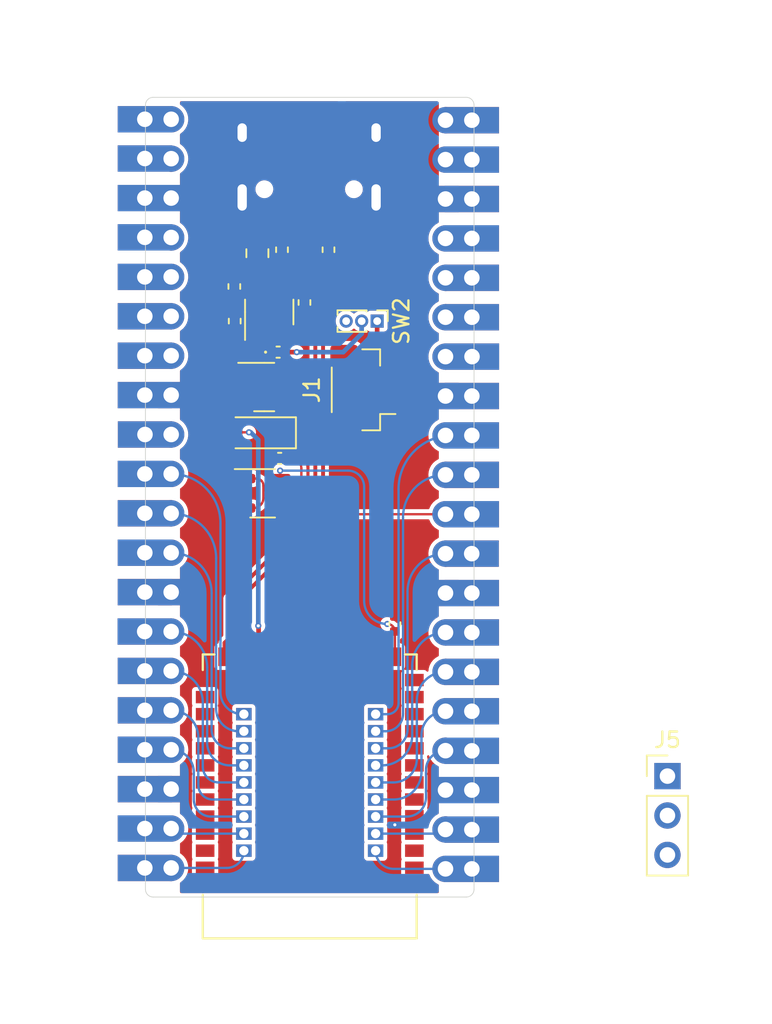
<source format=kicad_pcb>
(kicad_pcb (version 20211014) (generator pcbnew)
  (title_block (title "RP2040 Minimal Design Example") (date "2020-07-13") (rev "REV1") (company "Raspberry Pi (Trading) Ltd"))
  (layers (0 "F.Cu" signal) (31 "B.Cu" signal) (34 "B.Paste" user) (35 "F.Paste" user) (36 "B.SilkS" user "B.Silkscreen") (37 "F.SilkS" user "F.Silkscreen") (38 "B.Mask" user) (39 "F.Mask" user) (44 "Edge.Cuts" user))
  (net 0 "")
  (net 1 "GND")
  (net 2 "VBUS")
  (net 3 "/SWD")
  (net 4 "/SWCLK")
  (net 5 "Net-(R6-Pad2)")
  (net 6 "Net-(R5-Pad2)")
  (net 7 "3V3_EN")
  (net 8 "USB_D+")
  (net 9 "USB_D-")
  (net 10 "Net-(D2-Pad1)")
  (net 11 "3.3VO")
  (net 12 "VBAT")
  (net 13 "RESET")
  (net 14 "VDD_NRF")
  (net 15 "Net-(D3-Pad1)")
  (net 16 "Net-(D3-Pad2)")
  (net 17 "RAW")
  (net 18 "BVOLT")
  (net 19 "Net-(R7-Pad2)")
  (net 22 "GPIO7")
  (net 23 "GPIO0")
  (net 24 "GPIO1")
  (net 25 "GPIO2")
  (net 26 "GPIO3")
  (net 27 "GPIO4")
  (net 28 "GPIO5")
  (net 29 "GPIO6")
  (net 30 "GPIO10")
  (net 31 "GPIO9")
  (net 32 "GPIO8")
  (net 33 "GPIO15")
  (net 34 "GPIO14")
  (net 35 "GPIO13")
  (net 36 "GPIO12")
  (net 37 "GPIO11")
  (net 38 "GPIO26")
  (net 39 "GPIO25")
  (net 40 "GPIO24")
  (net 41 "GPIO23")
  (net 42 "GPIO22")
  (net 43 "GPIO21")
  (net 44 "GPIO20")
  (net 45 "GPIO19")
  (net 46 "GPIO18")
  (net 47 "GPIO17")
  (net 48 "GPIO16")
  (net 69 "SCL")
  (net 70 "SDA")
  (net 75 "Net-(J1-Pad1)")
  (footprint "HRO-TYPE-C31-M-12:HRO-TYPE-C-31-M-12" (layer "F.Cu") (at 103.6 56.9 180)
    (fp_text reference "USB1")
    (fp_text value "TYPE-C-31-M-12")
    (pad "" np_thru_hole circle locked (at 2.89 -6.25 180) (size 0.65 0.65) (drill 0.65) (layers *.Cu *.Mask))
    (pad "" np_thru_hole circle locked (at -2.89 -6.25 180) (size 0.65 0.65) (drill 0.65) (layers *.Cu *.Mask))
    (pad "1" smd rect locked (at -3.225 -7.695 180) (size 0.6 1.45) (layers "F.Cu" "F.Paste" "F.Mask") (net 1 "GND"))
    (pad "2" smd rect locked (at -2.45 -7.695 180) (size 0.6 1.45) (layers "F.Cu" "F.Paste" "F.Mask") (net 17 "RAW"))
    (pad "3" smd rect locked (at -1.75 -7.695 180) (size 0.3 1.45) (layers "F.Cu" "F.Paste" "F.Mask"))
    (pad "4" smd rect locked (at -1.25 -7.695 180) (size 0.3 1.45) (layers "F.Cu" "F.Paste" "F.Mask") (net 6 "Net-(R5-Pad2)"))
    (pad "5" smd rect locked (at -0.75 -7.695 180) (size 0.3 1.45) (layers "F.Cu" "F.Paste" "F.Mask") (net 9 "USB_D-"))
    (pad "6" smd rect locked (at -0.25 -7.695 180) (size 0.3 1.45) (layers "F.Cu" "F.Paste" "F.Mask") (net 8 "USB_D+"))
    (pad "7" smd rect locked (at 0.25 -7.695 180) (size 0.3 1.45) (layers "F.Cu" "F.Paste" "F.Mask") (net 9 "USB_D-"))
    (pad "8" smd rect locked (at 0.75 -7.695 180) (size 0.3 1.45) (layers "F.Cu" "F.Paste" "F.Mask") (net 8 "USB_D+"))
    (pad "9" smd rect locked (at 1.25 -7.695 180) (size 0.3 1.45) (layers "F.Cu" "F.Paste" "F.Mask"))
    (pad "10" smd rect locked (at 1.75 -7.695 180) (size 0.3 1.45) (layers "F.Cu" "F.Paste" "F.Mask") (net 5 "Net-(R6-Pad2)"))
    (pad "11" smd rect locked (at 2.45 -7.695 180) (size 0.6 1.45) (layers "F.Cu" "F.Paste" "F.Mask") (net 17 "RAW"))
    (pad "12" smd rect locked (at 3.225 -7.695 180) (size 0.6 1.45) (layers "F.Cu" "F.Paste" "F.Mask") (net 1 "GND"))
    (pad "13" thru_hole oval locked (at 4.32 -6.78 180) (size 1 2.1) (drill oval 0.6 1.7) (layers *.Cu "B.Mask") (net 1 "GND"))
    (pad "13" thru_hole oval locked (at 4.32 -2.6 180) (size 1 1.6) (drill oval 0.6 1.2) (layers *.Cu "B.Mask") (net 1 "GND"))
    (pad "13" thru_hole oval locked (at -4.32 -6.78 180) (size 1 2.1) (drill oval 0.6 1.7) (layers *.Cu "B.Mask") (net 1 "GND"))
    (pad "13" thru_hole oval locked (at -4.32 -2.6 180) (size 1 1.6) (drill oval 0.6 1.2) (layers *.Cu "B.Mask") (net 1 "GND"))
  )
  (footprint "Package_TO_SOT_SMD:SOT-23-5" (layer "F.Cu") (at 101.027 71.066 90)
    (fp_text reference "U2")
    (fp_text value "TP4054")
    (fp_line (start 0 1.56) (end 0.8 1.56) (layer "F.SilkS") (width 0.12))
    (fp_line (start 0 -1.56) (end -1.8 -1.56) (layer "F.SilkS") (width 0.12))
    (fp_line (start 0 1.56) (end -0.8 1.56) (layer "F.SilkS") (width 0.12))
    (fp_line (start 0 -1.56) (end 0.8 -1.56) (layer "F.SilkS") (width 0.12))
    (pad "1" smd roundrect (at -1.1375 -0.95 90) (size 1.325 0.6) (layers "F.Cu" "F.Paste" "F.Mask") (net 15 "Net-(D3-Pad1)"))
    (pad "2" smd roundrect (at -1.1375 0 90) (size 1.325 0.6) (layers "F.Cu" "F.Paste" "F.Mask") (net 1 "GND"))
    (pad "3" smd roundrect (at -1.1375 0.95 90) (size 1.325 0.6) (layers "F.Cu" "F.Paste" "F.Mask") (net 12 "VBAT"))
    (pad "4" smd roundrect (at 1.1375 0.95 90) (size 1.325 0.6) (layers "F.Cu" "F.Paste" "F.Mask") (net 2 "VBUS"))
    (pad "5" smd roundrect (at 1.1375 -0.95 90) (size 1.325 0.6) (layers "F.Cu" "F.Paste" "F.Mask") (net 19 "Net-(R7-Pad2)"))
  )
  (footprint "Capacitor_SMD:C_0402_1005Metric" (layer "F.Cu") (at 101.7 80.5 180)
    (fp_text reference "C3")
    (fp_text value "1uF")
    (fp_line (start -0.107836 0.36) (end 0.107836 0.36) (layer "F.SilkS") (width 0.12))
    (fp_line (start -0.107836 -0.36) (end 0.107836 -0.36) (layer "F.SilkS") (width 0.12))
    (pad "1" smd roundrect (at -0.48 0 180) (size 0.56 0.62) (layers "F.Cu" "F.Paste" "F.Mask") (net 10 "Net-(D2-Pad1)"))
    (pad "2" smd roundrect (at 0.48 0 180) (size 0.56 0.62) (layers "F.Cu" "F.Paste" "F.Mask") (net 1 "GND"))
  )
  (footprint "Connector_JST:JST_SH_BM03B-SRSS-TB_1x03-1MP_P1.00mm_Vertical" (layer "F.Cu") (at 107.07 76.08 90)
    (fp_text reference "J1" (at 0 -3.3 90) (layer "F.SilkS"))
    (fp_text value "Conn_01x03")
    (fp_line (start -1.56 1.11) (end -1.56 2.1) (layer "F.SilkS") (width 0.12))
    (fp_line (start 2.61 -0.04) (end 2.61 1.11) (layer "F.SilkS") (width 0.12))
    (fp_line (start 2.61 1.11) (end 1.56 1.11) (layer "F.SilkS") (width 0.12))
    (fp_line (start -2.61 1.11) (end -1.56 1.11) (layer "F.SilkS") (width 0.12))
    (fp_line (start -1.44 -2.01) (end 1.44 -2.01) (layer "F.SilkS") (width 0.12))
    (fp_line (start -2.61 -0.04) (end -2.61 1.11) (layer "F.SilkS") (width 0.12))
    (pad "1" smd roundrect (at -1 1.325 90) (size 0.6 1.55) (layers "F.Cu" "F.Paste" "F.Mask") (net 75 "Net-(J1-Pad1)"))
    (pad "2" smd roundrect (at 0 1.325 90) (size 0.6 1.55) (layers "F.Cu" "F.Paste" "F.Mask") (net 1 "GND"))
    (pad "3" smd roundrect (at 1 1.325 90) (size 0.6 1.55) (layers "F.Cu" "F.Paste" "F.Mask") (net 75 "Net-(J1-Pad1)"))
    (pad "MP" smd roundrect (at -2.3 -1.2 90) (size 1.2 1.8) (layers "F.Cu" "F.Paste" "F.Mask") (roundrect_rratio 0.208333))
    (pad "MP" smd roundrect (at 2.3 -1.2 90) (size 1.2 1.8) (layers "F.Cu" "F.Paste" "F.Mask") (roundrect_rratio 0.208333))
  )
  (footprint "Resistor_SMD:R_0402_1005Metric" (layer "F.Cu") (at 101.85 67.049669 90)
    (fp_text reference "R6")
    (fp_text value "5.1K")
    (fp_line (start -0.153641 -0.38) (end 0.153641 -0.38) (layer "F.SilkS") (width 0.12))
    (fp_line (start -0.153641 0.38) (end 0.153641 0.38) (layer "F.SilkS") (width 0.12))
    (pad "1" smd roundrect locked (at -0.51 0 90) (size 0.54 0.64) (layers "F.Cu" "F.Paste" "F.Mask") (net 1 "GND"))
    (pad "2" smd roundrect locked (at 0.51 0 90) (size 0.54 0.64) (layers "F.Cu" "F.Paste" "F.Mask") (net 5 "Net-(R6-Pad2)"))
  )
  (footprint "mcu:holyiot-18010" (layer "F.Cu") (at 103.64 102.287781 180)
    (fp_text reference "U4")
    (fp_text value "holyiot-18010")
    (fp_line (start 6.9 -9.15) (end 6.9 -6.35) (layer "F.SilkS") (width 0.15))
    (fp_line (start -6.9 -6.35) (end -6.9 -9.15) (layer "F.SilkS") (width 0.15))
    (fp_line (start 6.9 8.15) (end 6.9 9.15) (layer "F.SilkS") (width 0.15))
    (fp_line (start -6.9 -9.15) (end 6.9 -9.15) (layer "F.SilkS") (width 0.15))
    (fp_line (start -6.9 8.15) (end -6.9 9.15) (layer "F.SilkS") (width 0.15))
    (fp_line (start 6.15 9.15) (end 6.9 9.15) (layer "F.SilkS") (width 0.15))
    (fp_line (start -6.9 9.15) (end -6.15 9.15) (layer "F.SilkS") (width 0.15))
    (pad "1" smd rect (at -6.75 -5.7 180) (size 1.2 0.8) (layers "F.Cu" "F.Paste" "F.Mask") (net 1 "GND"))
    (pad "2" smd rect (at -6.75 -4.6 180) (size 1.2 0.8) (layers "F.Cu" "F.Paste" "F.Mask"))
    (pad "3" smd rect (at -6.75 -3.5 180) (size 1.2 0.8) (layers "F.Cu" "F.Paste" "F.Mask"))
    (pad "4" smd rect (at -6.75 -2.4 180) (size 1.2 0.8) (layers "F.Cu" "F.Paste" "F.Mask"))
    (pad "5" smd rect (at -6.75 -1.3 180) (size 1.2 0.85) (layers "F.Cu" "F.Paste" "F.Mask") (net 18 "BVOLT"))
    (pad "6" smd rect (at -6.75 -0.2 180) (size 1.2 0.8) (layers "F.Cu" "F.Paste" "F.Mask"))
    (pad "7" smd rect (at -6.75 0.9 180) (size 1.2 0.8) (layers "F.Cu" "F.Paste" "F.Mask"))
    (pad "8" smd rect (at -6.75 2 180) (size 1.2 0.8) (layers "F.Cu" "F.Paste" "F.Mask"))
    (pad "9" smd rect (at -6.75 3.1 180) (size 1.2 0.8) (layers "F.Cu" "F.Paste" "F.Mask"))
    (pad "10" smd rect (at -6.75 4.2 180) (size 1.2 0.8) (layers "F.Cu" "F.Paste" "F.Mask"))
    (pad "11" smd rect (at -6.75 5.3 180) (size 1.2 0.8) (layers "F.Cu" "F.Paste" "F.Mask"))
    (pad "12" smd rect (at -6.75 6.4 180) (size 1.2 0.8) (layers "F.Cu" "F.Paste" "F.Mask") (net 18 "BVOLT"))
    (pad "13" smd rect (at -6.75 7.5 180) (size 1.2 0.8) (layers "F.Cu" "F.Paste" "F.Mask"))
    (pad "14" thru_hole rect (at -4.25 -3.5 180) (size 1 0.8) (drill 0.6) (layers *.Cu *.Mask) (net 48 "GPIO16"))
    (pad "15" thru_hole rect (at -4.25 -2.4 180) (size 1 0.8) (drill 0.6) (layers *.Cu *.Mask) (net 47 "GPIO17"))
    (pad "16" thru_hole rect (at -4.25 -1.3 180) (size 1 0.8) (drill 0.6) (layers *.Cu *.Mask) (net 46 "GPIO18"))
    (pad "17" thru_hole rect (at -4.25 -0.2 180) (size 1 0.8) (drill 0.6) (layers *.Cu *.Mask) (net 45 "GPIO19"))
    (pad "18" thru_hole rect (at -4.25 0.9 180) (size 1 0.8) (drill 0.6) (layers *.Cu *.Mask) (net 44 "GPIO20"))
    (pad "19" thru_hole rect (at -4.25 2 180) (size 1 0.8) (drill 0.6) (layers *.Cu *.Mask) (net 43 "GPIO21"))
    (pad "20" thru_hole rect (at -4.25 3.1 180) (size 1 0.8) (drill 0.6) (layers *.Cu *.Mask) (net 42 "GPIO22"))
    (pad "21" thru_hole rect (at -4.25 4.2 180) (size 1 0.8) (drill 0.6) (layers *.Cu *.Mask) (net 41 "GPIO23"))
    (pad "22" thru_hole rect (at -4.25 5.3 180) (size 1 0.8) (drill 0.6) (layers *.Cu *.Mask) (net 40 "GPIO24"))
    (pad "23" thru_hole rect (at 4.25 -3.5 180) (size 1 0.8) (drill 0.6) (layers *.Cu *.Mask) (net 33 "GPIO15"))
    (pad "24" thru_hole rect (at 4.25 -2.4 180) (size 1 0.8) (drill 0.6) (layers *.Cu *.Mask) (net 34 "GPIO14"))
    (pad "25" thru_hole rect (at 4.25 -1.3 180) (size 1 0.8) (drill 0.6) (layers *.Cu *.Mask) (net 35 "GPIO13"))
    (pad "26" thru_hole rect (at 4.25 -0.2 180) (size 1 0.8) (drill 0.6) (layers *.Cu *.Mask) (net 36 "GPIO12"))
    (pad "27" thru_hole rect (at 4.25 0.9 180) (size 1 0.8) (drill 0.6) (layers *.Cu *.Mask) (net 37 "GPIO11"))
    (pad "28" thru_hole rect (at 4.25 2 180) (size 1 0.8) (drill 0.6) (layers *.Cu *.Mask) (net 30 "GPIO10"))
    (pad "29" thru_hole rect (at 4.25 3.1 180) (size 1 0.8) (drill 0.6) (layers *.Cu *.Mask) (net 31 "GPIO9"))
    (pad "30" thru_hole rect (at 4.25 4.2 180) (size 1 0.8) (drill 0.6) (layers *.Cu *.Mask) (net 32 "GPIO8"))
    (pad "31" thru_hole rect (at 4.25 5.3 180) (size 1 0.8) (drill 0.6) (layers *.Cu *.Mask) (net 22 "GPIO7"))
    (pad "32" smd rect (at 6.75 -5.7 180) (size 1.2 0.8) (layers "F.Cu" "F.Paste" "F.Mask") (net 1 "GND"))
    (pad "33" smd rect (at 6.75 -4.6 180) (size 1.2 0.8) (layers "F.Cu" "F.Paste" "F.Mask"))
    (pad "34" smd rect (at 6.75 -3.5 180) (size 1.2 0.8) (layers "F.Cu" "F.Paste" "F.Mask"))
    (pad "35" smd rect (at 6.75 -2.4 180) (size 1.2 0.8) (layers "F.Cu" "F.Paste" "F.Mask"))
    (pad "36" smd rect (at 6.75 -1.3 180) (size 1.2 0.8) (layers "F.Cu" "F.Paste" "F.Mask"))
    (pad "37" smd rect (at 6.75 -0.2 180) (size 1.2 0.8) (layers "F.Cu" "F.Paste" "F.Mask") (net 3 "/SWD"))
    (pad "38" smd rect (at 6.75 0.9 180) (size 1.2 0.8) (layers "F.Cu" "F.Paste" "F.Mask") (net 4 "/SWCLK"))
    (pad "39" smd rect (at 6.75 2 180) (size 1.2 0.8) (layers "F.Cu" "F.Paste" "F.Mask"))
    (pad "40" smd rect (at 6.75 3.1 180) (size 1.2 0.8) (layers "F.Cu" "F.Paste" "F.Mask"))
    (pad "41" smd rect (at 6.75 4.2 180) (size 1.2 0.8) (layers "F.Cu" "F.Paste" "F.Mask"))
    (pad "42" smd rect (at 6.75 5.3 180) (size 1.2 0.8) (layers "F.Cu" "F.Paste" "F.Mask"))
    (pad "43" smd rect (at 6.75 6.4 180) (size 1.2 0.8) (layers "F.Cu" "F.Paste" "F.Mask"))
    (pad "44" smd rect (at 6.75 7.5 180) (size 1.2 0.8) (layers "F.Cu" "F.Paste" "F.Mask") (net 1 "GND"))
    (pad "45" smd rect (at 5.5 9 270) (size 1.2 0.8) (layers "F.Cu" "F.Paste" "F.Mask") (net 8 "USB_D+"))
    (pad "46" smd rect (at 4.4 9 270) (size 1.2 0.8) (layers "F.Cu" "F.Paste" "F.Mask") (net 9 "USB_D-"))
    (pad "47" smd rect (at 3.3 9 270) (size 1.2 0.8) (layers "F.Cu" "F.Paste" "F.Mask") (net 2 "VBUS"))
    (pad "48" smd rect (at 2.2 9 270) (size 1.2 0.8) (layers "F.Cu" "F.Paste" "F.Mask") (net 13 "RESET"))
    (pad "49" smd rect (at 1.1 9 270) (size 1.2 0.8) (layers "F.Cu" "F.Paste" "F.Mask") (net 69 "SCL"))
    (pad "50" smd rect (at 0 9 270) (size 1.2 0.8) (layers "F.Cu" "F.Paste" "F.Mask") (net 70 "SDA"))
    (pad "51" smd rect (at -1.1 9 270) (size 1.2 0.8) (layers "F.Cu" "F.Paste" "F.Mask"))
    (pad "52" smd rect (at -2.2 9 270) (size 1.2 0.8) (layers "F.Cu" "F.Paste" "F.Mask"))
    (pad "53" smd rect (at -3.3 9 270) (size 1.2 0.8) (layers "F.Cu" "F.Paste" "F.Mask"))
    (pad "54" smd rect (at -4.4 9 270) (size 1.2 0.8) (layers "F.Cu" "F.Paste" "F.Mask"))
    (pad "55" smd rect (at -5.5 9 270) (size 1.2 0.8) (layers "F.Cu" "F.Paste" "F.Mask") (net 14 "VDD_NRF"))
  )
  (footprint "Connector_PinHeader_2.54mm:PinHeader_1x03_P2.54mm_Vertical" (layer "F.Cu") (at 126.72 100.98)
    (fp_text reference "J5" (at 0 -2.33) (layer "F.SilkS"))
    (fp_text value "Conn_01x03_Male")
    (fp_line (start 1.33 1.27) (end 1.33 6.41) (layer "F.SilkS") (width 0.12))
    (fp_line (start -1.33 0) (end -1.33 -1.33) (layer "F.SilkS") (width 0.12))
    (fp_line (start -1.33 1.27) (end -1.33 6.41) (layer "F.SilkS") (width 0.12))
    (fp_line (start -1.33 6.41) (end 1.33 6.41) (layer "F.SilkS") (width 0.12))
    (fp_line (start -1.33 -1.33) (end 0 -1.33) (layer "F.SilkS") (width 0.12))
    (fp_line (start -1.33 1.27) (end 1.33 1.27) (layer "F.SilkS") (width 0.12))
    (pad "1" thru_hole rect (at 0 0) (size 1.7 1.7) (drill 1) (layers *.Cu *.Mask) (net 4 "/SWCLK"))
    (pad "2" thru_hole oval (at 0 2.54) (size 1.7 1.7) (drill 1) (layers *.Cu *.Mask) (net 1 "GND"))
    (pad "3" thru_hole oval (at 0 5.08) (size 1.7 1.7) (drill 1) (layers *.Cu *.Mask) (net 3 "/SWD"))
  )
  (footprint "Capacitor_SMD:C_0402_1005Metric" (layer "F.Cu") (at 109.13 91.17 90)
    (fp_text reference "C2")
    (fp_text value "1uF")
    (fp_line (start -0.107836 -0.36) (end 0.107836 -0.36) (layer "F.SilkS") (width 0.12))
    (fp_line (start -0.107836 0.36) (end 0.107836 0.36) (layer "F.SilkS") (width 0.12))
    (pad "1" smd roundrect (at -0.48 0 90) (size 0.56 0.62) (layers "F.Cu" "F.Paste" "F.Mask") (net 14 "VDD_NRF"))
    (pad "2" smd roundrect (at 0.48 0 90) (size 0.56 0.62) (layers "F.Cu" "F.Paste" "F.Mask") (net 1 "GND"))
  )
  (footprint "Connector_PinHeader_1.00mm:PinHeader_1x03_P1.00mm_Vertical" (layer "F.Cu") (at 107.99 71.65 -90)
    (fp_text reference "SW2" (at 0 -1.56 -90) (layer "F.SilkS"))
    (fp_text value "SW_SPDT")
    (fp_line (start -0.695 2.56) (end -0.394493 2.56) (layer "F.SilkS") (width 0.12))
    (fp_line (start -0.695 0.685) (end -0.695 2.56) (layer "F.SilkS") (width 0.12))
    (fp_line (start -0.695 0) (end -0.695 -0.685) (layer "F.SilkS") (width 0.12))
    (fp_line (start -0.695 -0.685) (end 0 -0.685) (layer "F.SilkS") (width 0.12))
    (fp_line (start -0.695 0.685) (end -0.608276 0.685) (layer "F.SilkS") (width 0.12))
    (fp_line (start 0.695 0.685) (end 0.695 2.56) (layer "F.SilkS") (width 0.12))
    (fp_line (start 0.608276 0.685) (end 0.695 0.685) (layer "F.SilkS") (width 0.12))
    (fp_line (start 0.394493 2.56) (end 0.695 2.56) (layer "F.SilkS") (width 0.12))
    (pad "1" thru_hole rect (at 0 0 270) (size 0.85 0.85) (drill 0.5) (layers *.Cu *.Mask) (net 75 "Net-(J1-Pad1)"))
    (pad "2" thru_hole oval (at 0 1 270) (size 0.85 0.85) (drill 0.5) (layers *.Cu *.Mask) (net 12 "VBAT"))
    (pad "3" thru_hole oval (at 0 2 270) (size 0.85 0.85) (drill 0.5) (layers *.Cu *.Mask))
  )
  (footprint "Package_TO_SOT_SMD:SOT-23-5" (layer "F.Cu") (at 100.6 82.75)
    (fp_text reference "U1")
    (fp_text value "AP2112K-3.3")
    (fp_line (start 0 1.56) (end 0.8 1.56) (layer "F.SilkS") (width 0.12))
    (fp_line (start 0 -1.56) (end 0.8 -1.56) (layer "F.SilkS") (width 0.12))
    (fp_line (start 0 -1.56) (end -1.8 -1.56) (layer "F.SilkS") (width 0.12))
    (fp_line (start 0 1.56) (end -0.8 1.56) (layer "F.SilkS") (width 0.12))
    (pad "1" smd roundrect (at -1.1375 -0.95) (size 1.325 0.6) (layers "F.Cu" "F.Paste" "F.Mask") (net 10 "Net-(D2-Pad1)"))
    (pad "2" smd roundrect (at -1.1375 0) (size 1.325 0.6) (layers "F.Cu" "F.Paste" "F.Mask") (net 1 "GND"))
    (pad "3" smd roundrect (at -1.1375 0.95) (size 1.325 0.6) (layers "F.Cu" "F.Paste" "F.Mask") (net 10 "Net-(D2-Pad1)"))
    (pad "4" smd roundrect (at 1.1375 0.95) (size 1.325 0.6) (layers "F.Cu" "F.Paste" "F.Mask"))
    (pad "5" smd roundrect (at 1.1375 -0.95) (size 1.325 0.6) (layers "F.Cu" "F.Paste" "F.Mask") (net 14 "VDD_NRF"))
  )
  (footprint "Resistor_SMD:R_0402_1005Metric" (layer "F.Cu") (at 103.3 70.45 -90)
    (fp_text reference "R2")
    (fp_text value "10k")
    (fp_line (start -0.153641 0.38) (end 0.153641 0.38) (layer "F.SilkS") (width 0.12))
    (fp_line (start -0.153641 -0.38) (end 0.153641 -0.38) (layer "F.SilkS") (width 0.12))
    (pad "1" smd roundrect (at -0.51 0 270) (size 0.54 0.64) (layers "F.Cu" "F.Paste" "F.Mask") (net 2 "VBUS"))
    (pad "2" smd roundrect (at 0.51 0 270) (size 0.54 0.64) (layers "F.Cu" "F.Paste" "F.Mask") (net 1 "GND"))
  )
  (footprint "Package_TO_SOT_SMD:SOT-23" (layer "F.Cu") (at 100.7 75.9)
    (fp_text reference "Q1")
    (fp_text value "AO3401A")
    (fp_line (start 0 -1.56) (end -1.675 -1.56) (layer "F.SilkS") (width 0.12))
    (fp_line (start 0 1.56) (end -0.65 1.56) (layer "F.SilkS") (width 0.12))
    (fp_line (start 0 -1.56) (end 0.65 -1.56) (layer "F.SilkS") (width 0.12))
    (fp_line (start 0 1.56) (end 0.65 1.56) (layer "F.SilkS") (width 0.12))
    (pad "1" smd roundrect (at -0.9375 -0.95) (size 1.475 0.6) (layers "F.Cu" "F.Paste" "F.Mask") (net 2 "VBUS"))
    (pad "2" smd roundrect (at -0.9375 0.95) (size 1.475 0.6) (layers "F.Cu" "F.Paste" "F.Mask") (net 10 "Net-(D2-Pad1)"))
    (pad "3" smd roundrect (at 0.9375 0) (size 1.475 0.6) (layers "F.Cu" "F.Paste" "F.Mask") (net 12 "VBAT"))
  )
  (footprint "Capacitor_SMD:C_0402_1005Metric" (layer "F.Cu") (at 101.6 73.65 180)
    (fp_text reference "C1")
    (fp_text value "4.7uF")
    (fp_line (start -0.107836 -0.36) (end 0.107836 -0.36) (layer "F.SilkS") (width 0.12))
    (fp_line (start -0.107836 0.36) (end 0.107836 0.36) (layer "F.SilkS") (width 0.12))
    (pad "1" smd roundrect (at -0.48 0 180) (size 0.56 0.62) (layers "F.Cu" "F.Paste" "F.Mask") (net 12 "VBAT"))
    (pad "2" smd roundrect (at 0.48 0 180) (size 0.56 0.62) (layers "F.Cu" "F.Paste" "F.Mask") (net 1 "GND"))
  )
  (footprint "Fuse:Fuse_0805_2012Metric" (layer "F.Cu") (at 100.262 67.274 90)
    (fp_text reference "F1")
    (fp_text value "500ma")
    (fp_line (start -0.258578 0.71) (end 0.258578 0.71) (layer "F.SilkS") (width 0.12))
    (fp_line (start -0.258578 -0.71) (end 0.258578 -0.71) (layer "F.SilkS") (width 0.12))
    (pad "1" smd roundrect (at -0.9375 0 90) (size 0.975 1.4) (layers "F.Cu" "F.Paste" "F.Mask") (net 2 "VBUS"))
    (pad "2" smd roundrect (at 0.9375 0 90) (size 0.975 1.4) (layers "F.Cu" "F.Paste" "F.Mask") (net 17 "RAW"))
  )
  (footprint "Resistor_SMD:R_0402_1005Metric" (layer "F.Cu") (at 98.774 69.418 -90)
    (fp_text reference "R7")
    (fp_text value "10k")
    (fp_line (start -0.153641 0.38) (end 0.153641 0.38) (layer "F.SilkS") (width 0.12))
    (fp_line (start -0.153641 -0.38) (end 0.153641 -0.38) (layer "F.SilkS") (width 0.12))
    (pad "1" smd roundrect (at -0.51 0 270) (size 0.54 0.64) (layers "F.Cu" "F.Paste" "F.Mask") (net 1 "GND"))
    (pad "2" smd roundrect (at 0.51 0 270) (size 0.54 0.64) (layers "F.Cu" "F.Paste" "F.Mask") (net 19 "Net-(R7-Pad2)"))
  )
  (footprint "Diode_SMD:D_0402_1005Metric" (layer "F.Cu") (at 99.7 73.65 180)
    (fp_text reference "D3")
    (fp_text value "POWERLED")
    (fp_circle (center -1.09 0) (end -1.04 0) (layer "F.SilkS") (width 0.1) (fill none))
    (pad "1" smd roundrect (at -0.485 0 180) (size 0.59 0.64) (layers "F.Cu" "F.Paste" "F.Mask") (net 15 "Net-(D3-Pad1)"))
    (pad "2" smd roundrect (at 0.485 0 180) (size 0.59 0.64) (layers "F.Cu" "F.Paste" "F.Mask") (net 16 "Net-(D3-Pad2)"))
  )
  (footprint "Resistor_SMD:R_0402_1005Metric" (layer "F.Cu") (at 98.8 71.65 -90)
    (fp_text reference "R8")
    (fp_text value "1k")
    (fp_line (start -0.153641 -0.38) (end 0.153641 -0.38) (layer "F.SilkS") (width 0.12))
    (fp_line (start -0.153641 0.38) (end 0.153641 0.38) (layer "F.SilkS") (width 0.12))
    (pad "1" smd roundrect (at -0.51 0 270) (size 0.54 0.64) (layers "F.Cu" "F.Paste" "F.Mask") (net 2 "VBUS"))
    (pad "2" smd roundrect (at 0.51 0 270) (size 0.54 0.64) (layers "F.Cu" "F.Paste" "F.Mask") (net 16 "Net-(D3-Pad2)"))
  )
  (footprint "Resistor_SMD:R_0402_1005Metric" (layer "F.Cu") (at 104.85 67.049669 90)
    (fp_text reference "R5")
    (fp_text value "5.1K")
    (fp_line (start -0.153641 0.38) (end 0.153641 0.38) (layer "F.SilkS") (width 0.12))
    (fp_line (start -0.153641 -0.38) (end 0.153641 -0.38) (layer "F.SilkS") (width 0.12))
    (pad "1" smd roundrect locked (at -0.51 0 90) (size 0.54 0.64) (layers "F.Cu" "F.Paste" "F.Mask") (net 1 "GND"))
    (pad "2" smd roundrect locked (at 0.51 0 90) (size 0.54 0.64) (layers "F.Cu" "F.Paste" "F.Mask") (net 6 "Net-(R5-Pad2)"))
  )
  (footprint "Diode_SMD:D_SOD-123" (layer "F.Cu") (at 100.5 78.85 180)
    (fp_text reference "D2")
    (fp_text value "1N5819")
    (fp_line (start -2.25 -1) (end -2.25 1) (layer "F.SilkS") (width 0.12))
    (fp_line (start -2.25 1) (end 1.65 1) (layer "F.SilkS") (width 0.12))
    (fp_line (start -2.25 -1) (end 1.65 -1) (layer "F.SilkS") (width 0.12))
    (pad "1" smd rect (at -1.65 0 180) (size 0.9 1.2) (layers "F.Cu" "F.Paste" "F.Mask") (net 10 "Net-(D2-Pad1)"))
    (pad "2" smd rect (at 1.65 0 180) (size 0.9 1.2) (layers "F.Cu" "F.Paste" "F.Mask") (net 2 "VBUS"))
  )
  (footprint "2.54mmheadercastelation:PinHeader_1x20_P2.54mm_Vertical_castelated" (layer "B.Cu") (at 112.4 58.7 180)
    (fp_text reference "J4" hide)
    (fp_text value "2.54mm header 01x20")
    (pad "1" thru_hole circle locked (at 0 0 180) (size 1.7 1.7) (drill 1) (layers *.Cu *.Mask) (net 17 "RAW"))
    (pad "1" thru_hole rect locked (at -1.7 0 180) (size 3.5 1.7) (drill 1) (layers *.Cu *.Mask) (net 17 "RAW"))
    (pad "2" thru_hole oval locked (at 0 -2.54 180) (size 1.7 1.7) (drill 1) (layers *.Cu *.Mask) (net 17 "RAW"))
    (pad "2" thru_hole rect locked (at -1.7 -2.54 180) (size 3.5 1.7) (drill 1) (layers *.Cu *.Mask) (net 17 "RAW"))
    (pad "3" thru_hole rect locked (at -1.7 -5.08 180) (size 3.5 1.7) (drill 1) (layers *.Cu *.Mask) (net 1 "GND"))
    (pad "3" thru_hole rect locked (at 0 -5.08 180) (size 1.7 1.7) (drill 1) (layers *.Cu *.Mask) (net 1 "GND"))
    (pad "4" thru_hole oval locked (at 0 -7.62 180) (size 1.7 1.7) (drill 1) (layers *.Cu *.Mask) (net 7 "3V3_EN"))
    (pad "4" thru_hole rect locked (at -1.7 -7.62 180) (size 3.5 1.7) (drill 1) (layers *.Cu *.Mask) (net 7 "3V3_EN"))
    (pad "5" thru_hole rect locked (at -1.7 -10.16 180) (size 3.5 1.7) (drill 1) (layers *.Cu *.Mask) (net 11 "3.3VO"))
    (pad "5" thru_hole oval locked (at 0 -10.16 180) (size 1.7 1.7) (drill 1) (layers *.Cu *.Mask) (net 11 "3.3VO"))
    (pad "6" thru_hole rect locked (at -1.7 -12.7 180) (size 3.5 1.7) (drill 1) (layers *.Cu *.Mask) (net 38 "GPIO26"))
    (pad "6" thru_hole oval locked (at 0 -12.7 180) (size 1.7 1.7) (drill 1) (layers *.Cu *.Mask) (net 38 "GPIO26"))
    (pad "7" thru_hole oval locked (at 0 -15.24 180) (size 1.7 1.7) (drill 1) (layers *.Cu *.Mask) (net 39 "GPIO25"))
    (pad "7" thru_hole rect locked (at -1.71 -15.24 180) (size 3.5 1.7) (drill 1) (layers *.Cu *.Mask) (net 39 "GPIO25"))
    (pad "8" thru_hole rect locked (at -1.7 -17.78 180) (size 3.5 1.7) (drill 1) (layers *.Cu *.Mask) (net 1 "GND"))
    (pad "8" thru_hole rect locked (at 0 -17.78 180) (size 1.7 1.7) (drill 1) (layers *.Cu *.Mask) (net 1 "GND"))
    (pad "9" thru_hole rect locked (at -1.7 -20.32 180) (size 3.5 1.7) (drill 1) (layers *.Cu *.Mask) (net 40 "GPIO24"))
    (pad "9" thru_hole oval locked (at 0 -20.32 180) (size 1.7 1.7) (drill 1) (layers *.Cu *.Mask) (net 40 "GPIO24"))
    (pad "10" thru_hole rect locked (at -1.7 -22.86 180) (size 3.5 1.7) (drill 1) (layers *.Cu *.Mask) (net 41 "GPIO23"))
    (pad "10" thru_hole oval locked (at 0 -22.86 180) (size 1.7 1.7) (drill 1) (layers *.Cu *.Mask) (net 41 "GPIO23"))
    (pad "11" thru_hole oval locked (at 0 -25.4 180) (size 1.7 1.7) (drill 1) (layers *.Cu *.Mask) (net 13 "RESET"))
    (pad "11" thru_hole rect locked (at -1.7 -25.4 180) (size 3.5 1.7) (drill 1) (layers *.Cu *.Mask) (net 13 "RESET"))
    (pad "12" thru_hole rect locked (at -1.69 -27.94 180) (size 3.5 1.7) (drill 1) (layers *.Cu *.Mask) (net 42 "GPIO22"))
    (pad "12" thru_hole oval locked (at 0 -27.94 180) (size 1.7 1.7) (drill 1) (layers *.Cu *.Mask) (net 42 "GPIO22"))
    (pad "13" thru_hole rect locked (at 0 -30.48 180) (size 1.7 1.7) (drill 1) (layers *.Cu *.Mask) (net 1 "GND"))
    (pad "13" thru_hole rect locked (at -1.7 -30.48 180) (size 3.5 1.7) (drill 1) (layers *.Cu *.Mask) (net 1 "GND"))
    (pad "14" thru_hole rect locked (at -1.7 -33.02 180) (size 3.5 1.7) (drill 1) (layers *.Cu *.Mask) (net 43 "GPIO21"))
    (pad "14" thru_hole oval locked (at 0 -33.02 180) (size 1.7 1.7) (drill 1) (layers *.Cu *.Mask) (net 43 "GPIO21"))
    (pad "15" thru_hole rect (at -1.7 -35.56 180) (size 3.5 1.7) (drill 1) (layers *.Cu *.Mask) (net 44 "GPIO20"))
    (pad "15" thru_hole oval (at 0 -35.56 180) (size 1.7 1.7) (drill 1) (layers *.Cu *.Mask) (net 44 "GPIO20"))
    (pad "16" thru_hole rect locked (at -1.7 -38.1 180) (size 3.5 1.7) (drill 1) (layers *.Cu *.Mask) (net 45 "GPIO19"))
    (pad "16" thru_hole oval locked (at 0 -38.1 180) (size 1.7 1.7) (drill 1) (layers *.Cu *.Mask) (net 45 "GPIO19"))
    (pad "17" thru_hole oval locked (at 0 -40.64 180) (size 1.7 1.7) (drill 1) (layers *.Cu *.Mask) (net 46 "GPIO18"))
    (pad "17" thru_hole rect locked (at -1.7 -40.65 180) (size 3.5 1.7) (drill 1) (layers *.Cu *.Mask) (net 46 "GPIO18"))
    (pad "18" thru_hole rect locked (at 0 -43.18 180) (size 1.7 1.7) (drill 1) (layers *.Cu *.Mask) (net 1 "GND"))
    (pad "18" thru_hole rect locked (at -1.7 -43.18 180) (size 3.5 1.7) (drill 1) (layers *.Cu *.Mask) (net 1 "GND"))
    (pad "19" thru_hole oval locked (at 0 -45.72 180) (size 1.7 1.7) (drill 1) (layers *.Cu *.Mask) (net 47 "GPIO17"))
    (pad "19" thru_hole rect locked (at -1.7 -45.73 180) (size 3.5 1.7) (drill 1) (layers *.Cu *.Mask) (net 47 "GPIO17"))
    (pad "20" thru_hole oval locked (at 0 -48.26 180) (size 1.7 1.7) (drill 1) (layers *.Cu *.Mask) (net 48 "GPIO16"))
    (pad "20" thru_hole rect locked (at -1.7 -48.26 180) (size 3.5 1.7) (drill 1) (layers *.Cu *.Mask) (net 48 "GPIO16"))
  )
  (footprint "2.54mmheadercastelation:PinHeader_1x20_P2.54mm_Vertical_castelated" (layer "B.Cu") (at 94.7 106.9)
    (fp_text reference "J3" hide)
    (fp_text value "2.54mm header 01x20")
    (pad "1" thru_hole circle locked (at 0 0) (size 1.7 1.7) (drill 1) (layers *.Cu *.Mask) (net 33 "GPIO15"))
    (pad "1" thru_hole rect locked (at -1.7 0) (size 3.5 1.7) (drill 1) (layers *.Cu *.Mask) (net 33 "GPIO15"))
    (pad "2" thru_hole rect locked (at -1.7 -2.54) (size 3.5 1.7) (drill 1) (layers *.Cu *.Mask) (net 34 "GPIO14"))
    (pad "2" thru_hole oval locked (at 0 -2.54) (size 1.7 1.7) (drill 1) (layers *.Cu *.Mask) (net 34 "GPIO14"))
    (pad "3" thru_hole rect locked (at -1.7 -5.08) (size 3.5 1.7) (drill 1) (layers *.Cu *.Mask) (net 1 "GND"))
    (pad "3" thru_hole rect locked (at 0 -5.08) (size 1.7 1.7) (drill 1) (layers *.Cu *.Mask) (net 1 "GND"))
    (pad "4" thru_hole oval locked (at 0 -7.62) (size 1.7 1.7) (drill 1) (layers *.Cu *.Mask) (net 35 "GPIO13"))
    (pad "4" thru_hole rect locked (at -1.7 -7.62) (size 3.5 1.7) (drill 1) (layers *.Cu *.Mask) (net 35 "GPIO13"))
    (pad "5" thru_hole oval locked (at 0 -10.16) (size 1.7 1.7) (drill 1) (layers *.Cu *.Mask) (net 36 "GPIO12"))
    (pad "5" thru_hole rect locked (at -1.7 -10.16) (size 3.5 1.7) (drill 1) (layers *.Cu *.Mask) (net 36 "GPIO12"))
    (pad "6" thru_hole rect locked (at -1.7 -12.7) (size 3.5 1.7) (drill 1) (layers *.Cu *.Mask) (net 37 "GPIO11"))
    (pad "6" thru_hole oval locked (at 0 -12.7) (size 1.7 1.7) (drill 1) (layers *.Cu *.Mask) (net 37 "GPIO11"))
    (pad "7" thru_hole rect locked (at -1.71 -15.24) (size 3.5 1.7) (drill 1) (layers *.Cu *.Mask) (net 30 "GPIO10"))
    (pad "7" thru_hole oval locked (at 0 -15.24) (size 1.7 1.7) (drill 1) (layers *.Cu *.Mask) (net 30 "GPIO10"))
    (pad "8" thru_hole rect locked (at 0 -17.78) (size 1.7 1.7) (drill 1) (layers *.Cu *.Mask) (net 1 "GND"))
    (pad "8" thru_hole rect locked (at -1.7 -17.78) (size 3.5 1.7) (drill 1) (layers *.Cu *.Mask) (net 1 "GND"))
    (pad "9" thru_hole oval locked (at 0 -20.32) (size 1.7 1.7) (drill 1) (layers *.Cu *.Mask) (net 31 "GPIO9"))
    (pad "9" thru_hole rect locked (at -1.7 -20.32) (size 3.5 1.7) (drill 1) (layers *.Cu *.Mask) (net 31 "GPIO9"))
    (pad "10" thru_hole rect locked (at -1.7 -22.86) (size 3.5 1.7) (drill 1) (layers *.Cu *.Mask) (net 32 "GPIO8"))
    (pad "10" thru_hole oval locked (at 0 -22.86) (size 1.7 1.7) (drill 1) (layers *.Cu *.Mask) (net 32 "GPIO8"))
    (pad "11" thru_hole oval locked (at 0 -25.4) (size 1.7 1.7) (drill 1) (layers *.Cu *.Mask) (net 22 "GPIO7"))
    (pad "11" thru_hole rect locked (at -1.7 -25.4) (size 3.5 1.7) (drill 1) (layers *.Cu *.Mask) (net 22 "GPIO7"))
    (pad "12" thru_hole rect locked (at -1.69 -27.94) (size 3.5 1.7) (drill 1) (layers *.Cu *.Mask) (net 29 "GPIO6"))
    (pad "12" thru_hole oval locked (at 0 -27.94) (size 1.7 1.7) (drill 1) (layers *.Cu *.Mask) (net 29 "GPIO6"))
    (pad "13" thru_hole rect locked (at -1.7 -30.48) (size 3.5 1.7) (drill 1) (layers *.Cu *.Mask) (net 1 "GND"))
    (pad "13" thru_hole rect locked (at 0 -30.48) (size 1.7 1.7) (drill 1) (layers *.Cu *.Mask) (net 1 "GND"))
    (pad "14" thru_hole oval locked (at 0 -33.02) (size 1.7 1.7) (drill 1) (layers *.Cu *.Mask) (net 28 "GPIO5"))
    (pad "14" thru_hole rect locked (at -1.7 -33.02) (size 3.5 1.7) (drill 1) (layers *.Cu *.Mask) (net 28 "GPIO5"))
    (pad "15" thru_hole rect locked (at -1.7 -35.56) (size 3.5 1.7) (drill 1) (layers *.Cu *.Mask) (net 27 "GPIO4"))
    (pad "15" thru_hole oval locked (at 0 -35.56) (size 1.7 1.7) (drill 1) (layers *.Cu *.Mask) (net 27 "GPIO4"))
    (pad "16" thru_hole rect locked (at -1.7 -38.1) (size 3.5 1.7) (drill 1) (layers *.Cu *.Mask) (net 26 "GPIO3"))
    (pad "16" thru_hole oval locked (at 0 -38.1) (size 1.7 1.7) (drill 1) (layers *.Cu *.Mask) (net 26 "GPIO3"))
    (pad "17" thru_hole oval locked (at 0 -40.64) (size 1.7 1.7) (drill 1) (layers *.Cu *.Mask) (net 25 "GPIO2"))
    (pad "17" thru_hole rect locked (at -1.7 -40.65) (size 3.5 1.7) (drill 1) (layers *.Cu *.Mask) (net 25 "GPIO2"))
    (pad "18" thru_hole rect locked (at -1.7 -43.18) (size 3.5 1.7) (drill 1) (layers *.Cu *.Mask) (net 1 "GND"))
    (pad "18" thru_hole rect locked (at 0 -43.18) (size 1.7 1.7) (drill 1) (layers *.Cu *.Mask) (net 1 "GND"))
    (pad "19" thru_hole rect locked (at -1.7 -45.73) (size 3.5 1.7) (drill 1) (layers *.Cu *.Mask) (net 24 "GPIO1"))
    (pad "19" thru_hole oval locked (at 0 -45.72) (size 1.7 1.7) (drill 1) (layers *.Cu *.Mask) (net 24 "GPIO1"))
    (pad "20" thru_hole rect locked (at -1.7 -48.26) (size 3.5 1.7) (drill 1) (layers *.Cu *.Mask) (net 23 "GPIO0"))
    (pad "20" thru_hole oval locked (at 0 -48.26) (size 1.7 1.7) (drill 1) (layers *.Cu *.Mask) (net 23 "GPIO0"))
  )
  (gr_arc (start 114.24 108.275) (mid 114.093553 108.628553) (end 113.74 108.775) (layer "Edge.Cuts") (width 0.05))
  (gr_line (start 114.24 108.275) (end 114.24 57.725) (layer "Edge.Cuts") (width 0.05))
  (gr_arc (start 113.74 57.225) (mid 114.093553 57.371447) (end 114.24 57.725) (layer "Edge.Cuts") (width 0.05))
  (gr_line (start 93.04 108.275) (end 93.04 57.725) (layer "Edge.Cuts") (width 0.05))
  (gr_arc (start 93.04 57.725) (mid 93.186447 57.371447) (end 93.54 57.225) (layer "Edge.Cuts") (width 0.05))
  (gr_line (start 93.54 108.775) (end 113.74 108.775) (layer "Edge.Cuts") (width 0.05))
  (gr_arc (start 93.54 108.775) (mid 93.186447 108.628553) (end 93.04 108.275) (layer "Edge.Cuts") (width 0.05))
  (gr_line (start 93.54 57.225) (end 113.74 57.225) (layer "Edge.Cuts") (width 0.05))
  (via (at 109.13 104.12) (size 0.4) (drill 0.2) (layers "F.Cu" "B.Cu") (net 1))
  (segment (start 99.35 74.95) (end 99.7625 74.95) (width 0.15) (layer "F.Cu") (net 2))
  (segment (start 98.8 71.14) (end 98.76 71.14) (width 0.15) (layer "F.Cu") (net 2))
  (segment (start 101 68.9) (end 101 69.3) (width 0.3) (layer "F.Cu") (net 2))
  (segment (start 103.3 69.94) (end 101.9885 69.94) (width 0.15) (layer "F.Cu") (net 2))
  (segment (start 100.34 91.31) (end 100.32 91.29) (width 0.3) (layer "F.Cu") (net 2))
  (segment (start 99.72 78.82) (end 99.719384 78.819384) (width 0.15) (layer "F.Cu") (net 2))
  (segment (start 98 71.9) (end 98 74.165244) (width 0.15) (layer "F.Cu") (net 2))
  (segment (start 99.7625 74.95) (end 98.784756 74.95) (width 0.15) (layer "F.Cu") (net 2))
  (segment (start 101.977 69.9285) (end 101.6285 69.9285) (width 0.3) (layer "F.Cu") (net 2))
  (segment (start 98.8 71.14) (end 101.555153 71.14) (width 0.15) (layer "F.Cu") (net 2))
  (segment (start 98.55 78.55) (end 98.55 75.75) (width 0.15) (layer "F.Cu") (net 2))
  (segment (start 101.977 69.9285) (end 101.977 70.718153) (width 0.15) (layer "F.Cu") (net 2))
  (segment (start 99.719384 78.819384) (end 98.712742 78.819384) (width 0.15) (layer "F.Cu") (net 2))
  (segment (start 100.34 93.287781) (end 100.34 91.31) (width 0.3) (layer "F.Cu") (net 2))
  (segment (start 100.262 68.2115) (end 100.3115 68.2115) (width 0.3) (layer "F.Cu") (net 2))
  (via (at 100.32 91.29) (size 0.4) (drill 0.2) (layers "F.Cu" "B.Cu") (net 2))
  (via (at 99.72 78.82) (size 0.4) (drill 0.2) (layers "F.Cu" "B.Cu") (net 2))
  (arc (start 98 74.165244) (mid 98.22985 74.72015) (end 98.784756 74.95) (width 0.15) (layer "F.Cu") (net 2))
  (arc (start 98.76 71.14) (mid 98.222599 71.362599) (end 98 71.9) (width 0.15) (layer "F.Cu") (net 2))
  (arc (start 98.712742 78.819384) (mid 98.594208 78.70675) (end 98.55 78.55) (width 0.15) (layer "F.Cu") (net 2))
  (arc (start 98.55 75.75) (mid 98.784315 75.184315) (end 99.35 74.95) (width 0.15) (layer "F.Cu") (net 2))
  (arc (start 100.3115 68.2115) (mid 100.798343 68.413157) (end 101 68.9) (width 0.3) (layer "F.Cu") (net 2))
  (arc (start 101.555153 71.14) (mid 101.853444 71.016444) (end 101.977 70.718153) (width 0.15) (layer "F.Cu") (net 2))
  (arc (start 101.6285 69.9285) (mid 101.184083 69.744417) (end 101 69.3) (width 0.3) (layer "F.Cu") (net 2))
  (arc (start 101.9885 69.94) (mid 101.980368 69.936632) (end 101.977 69.9285) (width 0.15) (layer "F.Cu") (net 2))
  (segment (start 99.83 78.82) (end 100.32 79.31) (width 0.3) (layer "B.Cu") (net 2))
  (segment (start 99.72 78.82) (end 99.83 78.82) (width 0.3) (layer "B.Cu") (net 2))
  (segment (start 100.32 79.31) (end 100.32 91.29) (width 0.3) (layer "B.Cu") (net 2))
  (segment (start 101.85 66.539669) (end 101.85 64.595) (width 0.2) (layer "F.Cu") (net 5))
  (segment (start 104.85 66.539669) (end 104.85 64.595) (width 0.2) (layer "F.Cu") (net 6))
  (segment (start 104 69.253554) (end 102.85 68.103554) (width 0.25) (layer "F.Cu") (net 8))
  (segment (start 98.14 93.287781) (end 98.14 92.38778) (width 0.25) (layer "F.Cu") (net 8))
  (segment (start 98.44 89.556446) (end 104 83.996446) (width 0.25) (layer "F.Cu") (net 8))
  (segment (start 103.25 63.4) (end 103.4 63.4) (width 0.15) (layer "F.Cu") (net 8))
  (segment (start 102.85 64.595) (end 102.85 63.8) (width 0.15) (layer "F.Cu") (net 8))
  (segment (start 104 83.996446) (end 104 69.253554) (width 0.25) (layer "F.Cu") (net 8))
  (segment (start 102.85 68.103554) (end 102.85 64.595) (width 0.25) (layer "F.Cu") (net 8))
  (segment (start 98.44 92.08778) (end 98.44 89.556446) (width 0.25) (layer "F.Cu") (net 8))
  (segment (start 98.14 92.38778) (end 98.44 92.08778) (width 0.25) (layer "F.Cu") (net 8))
  (segment (start 103.85 63.85) (end 103.85 64.595) (width 0.15) (layer "F.Cu") (net 8))
  (arc (start 103.4 63.4) (mid 103.718198 63.531802) (end 103.85 63.85) (width 0.15) (layer "F.Cu") (net 8))
  (arc (start 102.85 63.8) (mid 102.967157 63.517157) (end 103.25 63.4) (width 0.15) (layer "F.Cu") (net 8))
  (segment (start 103.35 64.595) (end 103.35 65.35) (width 0.15) (layer "F.Cu") (net 9))
  (segment (start 99.24 93.287781) (end 99.24 92.38778) (width 0.25) (layer "F.Cu") (net 9))
  (segment (start 104.35 65.35) (end 104.35 64.595) (width 0.15) (layer "F.Cu") (net 9))
  (segment (start 98.94 89.763554) (end 104.5 84.203554) (width 0.25) (layer "F.Cu") (net 9))
  (segment (start 104.5 84.203554) (end 104.5 69.046446) (width 0.25) (layer "F.Cu") (net 9))
  (segment (start 103.35 67.896446) (end 103.35 64.595) (width 0.25) (layer "F.Cu") (net 9))
  (segment (start 104.5 69.046446) (end 103.35 67.896446) (width 0.25) (layer "F.Cu") (net 9))
  (segment (start 99.24 92.38778) (end 98.94 92.08778) (width 0.25) (layer "F.Cu") (net 9))
  (segment (start 98.94 92.08778) (end 98.94 89.763554) (width 0.25) (layer "F.Cu") (net 9))
  (arc (start 103.35 65.35) (mid 103.496447 65.703553) (end 103.85 65.85) (width 0.15) (layer "F.Cu") (net 9))
  (arc (start 103.85 65.85) (mid 104.203553 65.703553) (end 104.35 65.35) (width 0.15) (layer "F.Cu") (net 9))
  (segment (start 102.4 82.75) (end 101.15 82.75) (width 0.15) (layer "F.Cu") (net 10))
  (segment (start 99.4625 83.7) (end 100.004481 83.7) (width 0.15) (layer "F.Cu") (net 10))
  (segment (start 100.65 82.25) (end 100.65 83.054481) (width 0.15) (layer "F.Cu") (net 10))
  (segment (start 102.15 78.85) (end 102.15 80.47) (width 0.15) (layer "F.Cu") (net 10))
  (segment (start 102.18 80.5) (end 102.45 80.5) (width 0.15) (layer "F.Cu") (net 10))
  (segment (start 100.15 76.85) (end 99.7625 76.85) (width 0.15) (layer "F.Cu") (net 10))
  (segment (start 100.2 81.8) (end 99.4625 81.8) (width 0.15) (layer "F.Cu") (net 10))
  (segment (start 103.1 81.15) (end 103.1 82.05) (width 0.15) (layer "F.Cu") (net 10))
  (arc (start 102.45 80.5) (mid 102.909619 80.690381) (end 103.1 81.15) (width 0.15) (layer "F.Cu") (net 10))
  (arc (start 102.15 80.47) (mid 102.158787 80.491213) (end 102.18 80.5) (width 0.15) (layer "F.Cu") (net 10))
  (arc (start 101.15 82.75) (mid 100.796447 82.603553) (end 100.65 82.25) (width 0.15) (layer "F.Cu") (net 10))
  (arc (start 102.15 78.85) (mid 101.564214 77.435786) (end 100.15 76.85) (width 0.15) (layer "F.Cu") (net 10))
  (arc (start 103.1 82.05) (mid 102.894975 82.544975) (end 102.4 82.75) (width 0.15) (layer "F.Cu") (net 10))
  (arc (start 100.65 82.25) (mid 100.518198 81.931802) (end 100.2 81.8) (width 0.15) (layer "F.Cu") (net 10))
  (arc (start 100.65 83.054481) (mid 100.460932 83.510932) (end 100.004481 83.7) (width 0.15) (layer "F.Cu") (net 10))
  (segment (start 102.8 73.65) (end 102.08 73.65) (width 0.3) (layer "F.Cu") (net 12))
  (segment (start 101.977 73.347) (end 101.977 72.2035) (width 0.15) (layer "F.Cu") (net 12))
  (segment (start 102.08 73.65) (end 102.08 73.578838) (width 0.15) (layer "F.Cu") (net 12))
  (segment (start 102.08 75.4575) (end 102.08 73.65) (width 0.15) (layer "F.Cu") (net 12))
  (segment (start 102.08 73.578838) (end 102.064081 73.562919) (width 0.15) (layer "F.Cu") (net 12))
  (via (at 102.8 73.65) (size 0.4) (drill 0.2) (layers "F.Cu" "B.Cu") (net 12))
  (arc (start 102.064081 73.562919) (mid 102.000065 73.462953) (end 101.977 73.347) (width 0.15) (layer "F.Cu") (net 12))
  (arc (start 101.6375 75.9) (mid 101.950395 75.770395) (end 102.08 75.4575) (width 0.15) (layer "F.Cu") (net 12))
  (segment (start 106.99 72.46) (end 105.8 73.65) (width 0.3) (layer "B.Cu") (net 12))
  (segment (start 105.8 73.65) (end 102.8 73.65) (width 0.3) (layer "B.Cu") (net 12))
  (segment (start 106.99 71.65) (end 106.99 72.46) (width 0.3) (layer "B.Cu") (net 12))
  (segment (start 101.44 93.287781) (end 101.44 87.8) (width 0.15) (layer "F.Cu") (net 13))
  (segment (start 105.14 84.1) (end 112.4 84.1) (width 0.15) (layer "F.Cu") (net 13))
  (segment (start 101.44 87.8) (end 105.14 84.1) (width 0.15) (layer "F.Cu") (net 13))
  (segment (start 108.645693 91.174723) (end 108.654723 91.174723) (width 0.15) (layer "F.Cu") (net 14))
  (segment (start 109.14 93.287781) (end 109.14 91.66) (width 0.15) (layer "F.Cu") (net 14))
  (segment (start 101.7375 81.8) (end 101.7375 81.2975) (width 0.15) (layer "F.Cu") (net 14))
  (via (at 101.73 81.29) (size 0.4) (drill 0.2) (layers "F.Cu" "B.Cu") (net 14))
  (via (at 108.645693 91.174723) (size 0.4) (drill 0.2) (layers "F.Cu" "B.Cu") (net 14))
  (arc (start 108.654723 91.174723) (mid 108.990795 91.313928) (end 109.13 91.65) (width 0.15) (layer "F.Cu") (net 14))
  (arc (start 109.14 91.66) (mid 109.137071 91.652929) (end 109.13 91.65) (width 0.15) (layer "F.Cu") (net 14))
  (arc (start 101.7375 81.2975) (mid 101.735303 81.292197) (end 101.73 81.29) (width 0.15) (layer "F.Cu") (net 14))
  (segment (start 101.73 81.29) (end 106.11 81.29) (width 0.15) (layer "B.Cu") (net 14))
  (segment (start 107.15 82.33) (end 107.15 89.67903) (width 0.15) (layer "B.Cu") (net 14))
  (arc (start 107.15 89.67903) (mid 107.588078 90.736645) (end 108.645693 91.174723) (width 0.15) (layer "B.Cu") (net 14))
  (arc (start 106.11 81.29) (mid 106.845391 81.594609) (end 107.15 82.33) (width 0.15) (layer "B.Cu") (net 14))
  (segment (start 100.185 73.65) (end 100.185 72.3115) (width 0.15) (layer "F.Cu") (net 15))
  (arc (start 100.185 72.3115) (mid 100.153368 72.235132) (end 100.077 72.2035) (width 0.15) (layer "F.Cu") (net 15))
  (segment (start 98.8 72.16) (end 98.8 73.235) (width 0.15) (layer "F.Cu") (net 16))
  (arc (start 98.8 73.235) (mid 98.921551 73.528449) (end 99.215 73.65) (width 0.15) (layer "F.Cu") (net 16))
  (segment (start 112.4 61.24) (end 110.73 61.24) (width 0.4) (layer "F.Cu") (net 17))
  (segment (start 101.15 65.665547) (end 101.15 64.595) (width 0.3) (layer "F.Cu") (net 17))
  (segment (start 112.4 58.7) (end 110.82 58.7) (width 0.4) (layer "F.Cu") (net 17))
  (segment (start 110.24 59.28) (end 110.24 60.75) (width 1) (layer "F.Cu") (net 17))
  (segment (start 100.262 66.3365) (end 100.479047 66.3365) (width 0.3) (layer "F.Cu") (net 17))
  (arc (start 110.82 58.7) (mid 110.409878 58.869878) (end 110.24 59.28) (width 0.4) (layer "F.Cu") (net 17))
  (arc (start 100.479047 66.3365) (mid 100.953482 66.139982) (end 101.15 65.665547) (width 0.3) (layer "F.Cu") (net 17))
  (arc (start 110.73 61.24) (mid 110.383518 61.096482) (end 110.24 60.75) (width 0.4) (layer "F.Cu") (net 17))
  (segment (start 100.077 69.9285) (end 98.7745 69.9285) (width 0.15) (layer "F.Cu") (net 19))
  (arc (start 98.7745 69.9285) (mid 98.774146 69.928354) (end 98.774 69.928) (width 0.15) (layer "F.Cu") (net 19))
  (segment (start 99.39 96.987781) (end 99.307781 96.987781) (width 0.15) (layer "B.Cu") (net 22))
  (segment (start 97.88 95.56) (end 97.88 84.68) (width 0.15) (layer "B.Cu") (net 22))
  (arc (start 97.88 84.68) (mid 96.9486 82.4314) (end 94.7 81.5) (width 0.15) (layer "B.Cu") (net 22))
  (arc (start 99.307781 96.987781) (mid 98.298187 96.569594) (end 97.88 95.56) (width 0.15) (layer "B.Cu") (net 22))
  (segment (start 99.39 100.287781) (end 98.487781 100.287781) (width 0.15) (layer "B.Cu") (net 30))
  (segment (start 97.02 98.82) (end 97.02 93.98) (width 0.15) (layer "B.Cu") (net 30))
  (arc (start 97.02 93.98) (mid 96.340488 92.339512) (end 94.7 91.66) (width 0.15) (layer "B.Cu") (net 30))
  (arc (start 98.487781 100.287781) (mid 97.449903 99.857878) (end 97.02 98.82) (width 0.15) (layer "B.Cu") (net 30))
  (segment (start 97.31 97.97) (end 97.31 89.19) (width 0.15) (layer "B.Cu") (net 31))
  (segment (start 99.39 99.187781) (end 98.527781 99.187781) (width 0.15) (layer "B.Cu") (net 31))
  (arc (start 98.527781 99.187781) (mid 97.66668 98.831101) (end 97.31 97.97) (width 0.15) (layer "B.Cu") (net 31))
  (arc (start 97.31 89.19) (mid 96.545549 87.344451) (end 94.7 86.58) (width 0.15) (layer "B.Cu") (net 31))
  (segment (start 99.39 98.087781) (end 99.057781 98.087781) (width 0.15) (layer "B.Cu") (net 32))
  (segment (start 97.6 96.63) (end 97.6 86.94) (width 0.15) (layer "B.Cu") (net 32))
  (arc (start 97.6 86.94) (mid 96.75061 84.88939) (end 94.7 84.04) (width 0.15) (layer "B.Cu") (net 32))
  (arc (start 99.057781 98.087781) (mid 98.026974 97.660807) (end 97.6 96.63) (width 0.15) (layer "B.Cu") (net 32))
  (segment (start 94.7 106.9) (end 98.277781 106.9) (width 0.15) (layer "B.Cu") (net 33))
  (arc (start 98.277781 106.9) (mid 99.064239 106.574239) (end 99.39 105.787781) (width 0.15) (layer "B.Cu") (net 33))
  (segment (start 99.39 104.687781) (end 95.027781 104.687781) (width 0.15) (layer "B.Cu") (net 34))
  (arc (start 95.027781 104.687781) (mid 94.796005 104.591776) (end 94.7 104.36) (width 0.15) (layer "B.Cu") (net 34))
  (segment (start 99.39 103.587781) (end 97.277781 103.587781) (width 0.15) (layer "B.Cu") (net 35))
  (segment (start 96.16 102.47) (end 96.16 100.74) (width 0.15) (layer "B.Cu") (net 35))
  (arc (start 97.277781 103.587781) (mid 96.48739 103.260391) (end 96.16 102.47) (width 0.15) (layer "B.Cu") (net 35))
  (arc (start 96.16 100.74) (mid 95.732376 99.707624) (end 94.7 99.28) (width 0.15) (layer "B.Cu") (net 35))
  (segment (start 96.45 101.55) (end 96.45 98.49) (width 0.15) (layer "B.Cu") (net 36))
  (segment (start 99.39 102.487781) (end 97.387781 102.487781) (width 0.15) (layer "B.Cu") (net 36))
  (arc (start 96.45 98.49) (mid 95.937437 97.252563) (end 94.7 96.74) (width 0.15) (layer "B.Cu") (net 36))
  (arc (start 97.387781 102.487781) (mid 96.72467 102.213111) (end 96.45 101.55) (width 0.15) (layer "B.Cu") (net 36))
  (segment (start 96.74 100.36) (end 96.74 96.24) (width 0.15) (layer "B.Cu") (net 37))
  (segment (start 99.39 101.387781) (end 97.767781 101.387781) (width 0.15) (layer "B.Cu") (net 37))
  (arc (start 96.74 96.24) (mid 96.142498 94.797502) (end 94.7 94.2) (width 0.15) (layer "B.Cu") (net 37))
  (arc (start 97.767781 101.387781) (mid 97.04103 101.086751) (end 96.74 100.36) (width 0.15) (layer "B.Cu") (net 37))
  (segment (start 109.37 96.27) (end 109.37 82.481067) (width 0.15) (layer "B.Cu") (net 40))
  (segment (start 114.1 79.02) (end 112.831067 79.02) (width 0.15) (layer "B.Cu") (net 40))
  (segment (start 107.89 96.987781) (end 108.652219 96.987781) (width 0.15) (layer "B.Cu") (net 40))
  (arc (start 108.652219 96.987781) (mid 109.159767 96.777548) (end 109.37 96.27) (width 0.15) (layer "B.Cu") (net 40))
  (arc (start 109.37 82.481067) (mid 110.383723 80.033723) (end 112.831067 79.02) (width 0.15) (layer "B.Cu") (net 40))
  (segment (start 107.89 98.087781) (end 108.532219 98.087781) (width 0.15) (layer "B.Cu") (net 41))
  (segment (start 109.66 96.96) (end 109.66 84.3) (width 0.15) (layer "B.Cu") (net 41))
  (arc (start 109.66 84.3) (mid 110.462527 82.362527) (end 112.4 81.56) (width 0.15) (layer "B.Cu") (net 41))
  (arc (start 108.532219 98.087781) (mid 109.329681 97.757462) (end 109.66 96.96) (width 0.15) (layer "B.Cu") (net 41))
  (segment (start 107.89 99.187781) (end 108.712219 99.187781) (width 0.15) (layer "B.Cu") (net 42))
  (segment (start 109.95 97.95) (end 109.95 89.09) (width 0.15) (layer "B.Cu") (net 42))
  (arc (start 109.95 89.09) (mid 110.667588 87.357588) (end 112.4 86.64) (width 0.15) (layer "B.Cu") (net 42))
  (arc (start 108.712219 99.187781) (mid 109.587462 98.825243) (end 109.95 97.95) (width 0.15) (layer "B.Cu") (net 42))
  (segment (start 110.25 98.34) (end 110.25 93.87) (width 0.15) (layer "B.Cu") (net 43))
  (segment (start 107.89 100.287781) (end 108.302219 100.287781) (width 0.15) (layer "B.Cu") (net 43))
  (arc (start 110.25 93.87) (mid 110.87972 92.34972) (end 112.4 91.72) (width 0.15) (layer "B.Cu") (net 43))
  (arc (start 108.302219 100.287781) (mid 109.679508 99.717289) (end 110.25 98.34) (width 0.15) (layer "B.Cu") (net 43))
  (segment (start 107.89 101.387781) (end 109.022219 101.387781) (width 0.15) (layer "B.Cu") (net 44))
  (segment (start 110.55 99.86) (end 110.55 96.11) (width 0.15) (layer "B.Cu") (net 44))
  (arc (start 110.55 96.11) (mid 111.091852 94.801852) (end 112.4 94.26) (width 0.15) (layer "B.Cu") (net 44))
  (arc (start 109.022219 101.387781) (mid 110.102523 100.940304) (end 110.55 99.86) (width 0.15) (layer "B.Cu") (net 44))
  (segment (start 109.052219 102.487781) (end 107.89 102.487781) (width 0.15) (layer "B.Cu") (net 45))
  (segment (start 110.85 98.35) (end 110.85 100.69) (width 0.15) (layer "B.Cu") (net 45))
  (arc (start 112.4 96.8) (mid 111.303984 97.253984) (end 110.85 98.35) (width 0.15) (layer "B.Cu") (net 45))
  (arc (start 110.85 100.69) (mid 110.323442 101.961223) (end 109.052219 102.487781) (width 0.15) (layer "B.Cu") (net 45))
  (segment (start 111.14 102.34) (end 111.14 100.6) (width 0.15) (layer "B.Cu") (net 46))
  (segment (start 107.89 103.587781) (end 109.892219 103.587781) (width 0.15) (layer "B.Cu") (net 46))
  (arc (start 111.14 100.6) (mid 111.509045 99.709045) (end 112.4 99.34) (width 0.15) (layer "B.Cu") (net 46))
  (arc (start 109.892219 103.587781) (mid 110.774533 103.222314) (end 111.14 102.34) (width 0.15) (layer "B.Cu") (net 46))
  (segment (start 112.132219 104.687781) (end 107.89 104.687781) (width 0.15) (layer "B.Cu") (net 47))
  (arc (start 112.4 104.42) (mid 112.321569 104.60935) (end 112.132219 104.687781) (width 0.15) (layer "B.Cu") (net 47))
  (segment (start 109.062219 106.96) (end 112.4 106.96) (width 0.15) (layer "B.Cu") (net 48))
  (arc (start 107.89 105.787781) (mid 108.233335 106.616665) (end 109.062219 106.96) (width 0.15) (layer "B.Cu") (net 48))
  (segment (start 108.395 75.08) (end 107.99 74.675) (width 0.3) (layer "F.Cu") (net 75))
  (segment (start 107.49 75.08) (end 108.395 75.08) (width 0.3) (layer "F.Cu") (net 75))
  (segment (start 107.99 74.675) (end 107.99 71.65) (width 0.3) (layer "F.Cu") (net 75))
  (segment (start 107.15 75.42) (end 107.49 75.08) (width 0.3) (layer "F.Cu") (net 75))
  (segment (start 108.395 77.08) (end 107.4 77.08) (width 0.3) (layer "F.Cu") (net 75))
  (segment (start 107.15 76.83) (end 107.15 75.42) (width 0.3) (layer "F.Cu") (net 75))
  (segment (start 107.4 77.08) (end 107.15 76.83) (width 0.3) (layer "F.Cu") (net 75))
  (zone (net 1) (net_name "GND") (layer "F.Cu") (priority 1) (connect_pads yes (clearance 0.25)) (min_thickness 0.127) (fill yes (thermal_gap 0.508) (thermal_bridge_width 0.508))
    (polygon (pts (xy 114.39 108.775) (xy 92.89 108.775) (xy 92.889696 56.927117) (xy 114.389696 56.927117)))
  )
  (zone (net 17) (net_name "RAW") (layer "F.Cu") (priority 2) (connect_pads yes (clearance 0.127)) (min_thickness 0.25) (fill yes (thermal_gap 0.508) (thermal_bridge_width 0.508))
    (polygon (pts (xy 114.39 62.575) (xy 109.29 62.575) (xy 109.29 60.625) (xy 111.29 60.625) (xy 111.89 60.025) (xy 114.39 60.025)))
  )
  (zone (net 0) (net_name "") (layers F&B.Cu) (connect_pads (clearance 0)) (min_thickness 0.254)
    (keepout (tracks allowed) (vias allowed) (pads allowed) (copperpour not_allowed) (footprints allowed))
    (fill (thermal_gap 0.508) (thermal_bridge_width 0.508))
    (polygon (pts (xy 116.06 108.795) (xy 111.968 108.795) (xy 111.968 56.895) (xy 116.06 56.895)))
  )
  (zone (net 17) (net_name "RAW") (layer "F.Cu") (priority 4) (connect_pads yes (clearance 0.25)) (min_thickness 0.254) (fill yes (thermal_gap 0.508) (thermal_bridge_width 0.508))
    (polygon (pts (xy 116.19776 59.83244) (xy 111.67656 59.83244) (xy 111.01108 60.49284) (xy 108.61332 60.49284) (xy 108.61332 62.14892) (xy 106.40352 62.14892) (xy 106.40352 65.39758) (xy 105.6974 65.39758) (xy 105.6974 63.65768) (xy 104.57 62.14892) (xy 103.116437 62.14892) (xy 101.50386 63.70086) (xy 101.50386 65.40012) (xy 100.7952 65.40012) (xy 100.7952 63.678) (xy 101.3032 63.1954) (xy 101.3032 61.90762) (xy 106.18 57.26196) (xy 116.19776 57.26196)))
  )
  (zone (net 0) (net_name "") (layers F&B.Cu) (connect_pads (clearance 0)) (min_thickness 0.254)
    (keepout (tracks allowed) (vias allowed) (pads allowed) (copperpour not_allowed) (footprints allowed))
    (fill (thermal_gap 0.508) (thermal_bridge_width 0.508))
    (polygon (pts (xy 95.27 108.795) (xy 91.19 108.795) (xy 91.19 56.895) (xy 95.27 56.895)))
  )
  (zone (net 1) (net_name "GND") (layer "B.Cu") (name "GND Fill") (connect_pads yes (clearance 0.25)) (min_thickness 0.25) (fill yes (thermal_gap 0.508) (thermal_bridge_width 0.508))
    (polygon (pts (xy 114.388 108.775) (xy 92.89 108.775) (xy 92.89 56.925) (xy 114.39 56.925)))
  )
)
</source>
